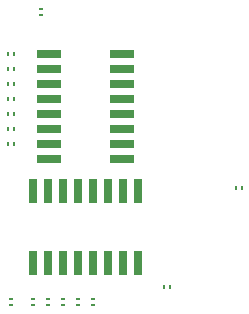
<source format=gtp>
G75*
G70*
%OFA0B0*%
%FSLAX24Y24*%
%IPPOS*%
%LPD*%
%AMOC8*
5,1,8,0,0,1.08239X$1,22.5*
%
%ADD10R,0.0800X0.0260*%
%ADD11R,0.0260X0.0800*%
%ADD12R,0.0169X0.0110*%
%ADD13R,0.0110X0.0169*%
D10*
X008952Y010412D03*
X008952Y010912D03*
X008952Y011412D03*
X008952Y011912D03*
X008952Y012412D03*
X008952Y012912D03*
X008952Y013412D03*
X008952Y013912D03*
X011372Y013912D03*
X011372Y013412D03*
X011372Y012912D03*
X011372Y012412D03*
X011372Y011912D03*
X011372Y011412D03*
X011372Y010912D03*
X011372Y010412D03*
D11*
X011412Y009372D03*
X011912Y009372D03*
X010912Y009372D03*
X010412Y009372D03*
X009912Y009372D03*
X009412Y009372D03*
X008912Y009372D03*
X008412Y009372D03*
X008412Y006952D03*
X008912Y006952D03*
X009412Y006952D03*
X009912Y006952D03*
X010412Y006952D03*
X010912Y006952D03*
X011412Y006952D03*
X011912Y006952D03*
D12*
X007662Y005562D03*
X007662Y005763D03*
X008412Y005763D03*
X008412Y005562D03*
X008912Y005562D03*
X008912Y005763D03*
X009412Y005763D03*
X009412Y005562D03*
X009915Y005562D03*
X009915Y005763D03*
X010412Y005763D03*
X010412Y005562D03*
X008662Y015212D03*
X008662Y015413D03*
D13*
X007763Y013914D03*
X007562Y013914D03*
X007562Y013412D03*
X007763Y013412D03*
X007763Y012913D03*
X007562Y012913D03*
X007562Y012412D03*
X007763Y012412D03*
X007763Y011912D03*
X007562Y011912D03*
X007562Y011413D03*
X007763Y011413D03*
X007763Y010913D03*
X007562Y010913D03*
X012762Y006162D03*
X012963Y006162D03*
X015162Y009462D03*
X015363Y009462D03*
M02*

</source>
